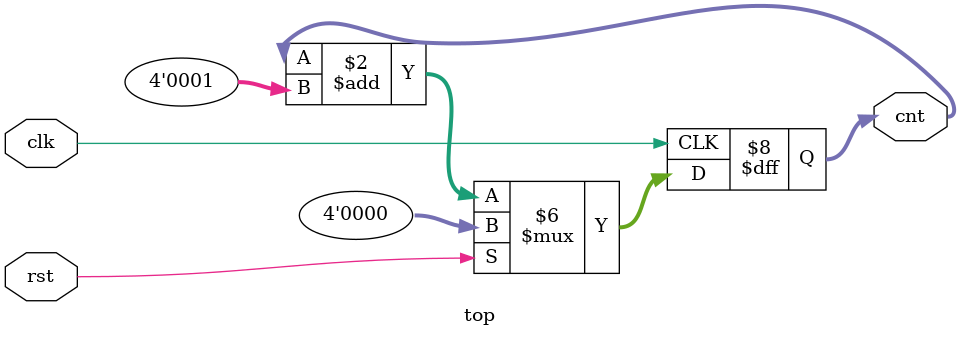
<source format=sv>
module top (
  input clk, rst,
  output reg [3:0] cnt
);
  initial cnt = 0;

  always @(posedge clk) begin
    if (rst)
      cnt <= 0;
    else
      cnt <= cnt + 4'd 1;
  end

  always @(posedge clk) begin
    assume (cnt != 10);
    assert (cnt != 15);
  end
endmodule

</source>
